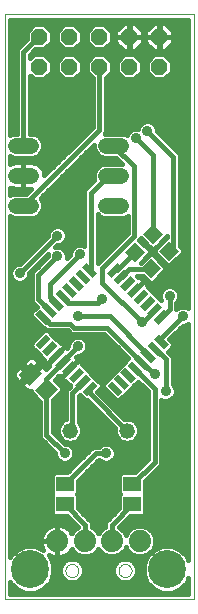
<source format=gtl>
G75*
%MOIN*%
%OFA0B0*%
%FSLAX24Y24*%
%IPPOS*%
%LPD*%
%AMOC8*
5,1,8,0,0,1.08239X$1,22.5*
%
%ADD10C,0.0000*%
%ADD11C,0.0520*%
%ADD12C,0.0520*%
%ADD13R,0.0472X0.0472*%
%ADD14R,0.0500X0.0220*%
%ADD15R,0.0220X0.0500*%
%ADD16C,0.0740*%
%ADD17C,0.1266*%
%ADD18R,0.0591X0.0512*%
%ADD19R,0.0512X0.0591*%
%ADD20OC8,0.0560*%
%ADD21C,0.0160*%
%ADD22C,0.0356*%
D10*
X000980Y006148D02*
X000980Y025648D01*
X007280Y025648D01*
X007280Y006148D01*
X000980Y006148D01*
X003002Y007109D02*
X003004Y007138D01*
X003010Y007166D01*
X003019Y007194D01*
X003032Y007220D01*
X003049Y007243D01*
X003068Y007265D01*
X003090Y007284D01*
X003115Y007299D01*
X003141Y007312D01*
X003169Y007320D01*
X003197Y007325D01*
X003226Y007326D01*
X003255Y007323D01*
X003283Y007316D01*
X003310Y007306D01*
X003336Y007292D01*
X003359Y007275D01*
X003380Y007255D01*
X003398Y007232D01*
X003413Y007207D01*
X003424Y007180D01*
X003432Y007152D01*
X003436Y007123D01*
X003436Y007095D01*
X003432Y007066D01*
X003424Y007038D01*
X003413Y007011D01*
X003398Y006986D01*
X003380Y006963D01*
X003359Y006943D01*
X003336Y006926D01*
X003310Y006912D01*
X003283Y006902D01*
X003255Y006895D01*
X003226Y006892D01*
X003197Y006893D01*
X003169Y006898D01*
X003141Y006906D01*
X003115Y006919D01*
X003090Y006934D01*
X003068Y006953D01*
X003049Y006975D01*
X003032Y006998D01*
X003019Y007024D01*
X003010Y007052D01*
X003004Y007080D01*
X003002Y007109D01*
X004774Y007109D02*
X004776Y007138D01*
X004782Y007166D01*
X004791Y007194D01*
X004804Y007220D01*
X004821Y007243D01*
X004840Y007265D01*
X004862Y007284D01*
X004887Y007299D01*
X004913Y007312D01*
X004941Y007320D01*
X004969Y007325D01*
X004998Y007326D01*
X005027Y007323D01*
X005055Y007316D01*
X005082Y007306D01*
X005108Y007292D01*
X005131Y007275D01*
X005152Y007255D01*
X005170Y007232D01*
X005185Y007207D01*
X005196Y007180D01*
X005204Y007152D01*
X005208Y007123D01*
X005208Y007095D01*
X005204Y007066D01*
X005196Y007038D01*
X005185Y007011D01*
X005170Y006986D01*
X005152Y006963D01*
X005131Y006943D01*
X005108Y006926D01*
X005082Y006912D01*
X005055Y006902D01*
X005027Y006895D01*
X004998Y006892D01*
X004969Y006893D01*
X004941Y006898D01*
X004913Y006906D01*
X004887Y006919D01*
X004862Y006934D01*
X004840Y006953D01*
X004821Y006975D01*
X004804Y006998D01*
X004791Y007024D01*
X004782Y007052D01*
X004776Y007080D01*
X004774Y007109D01*
D11*
X005055Y011773D03*
X003155Y011773D03*
D12*
X004345Y019273D02*
X004865Y019273D01*
X004865Y020273D02*
X004345Y020273D01*
X004345Y021273D02*
X004865Y021273D01*
X001865Y021273D02*
X001345Y021273D01*
X001345Y020273D02*
X001865Y020273D01*
X001865Y019273D02*
X001345Y019273D01*
D13*
G36*
X005338Y018064D02*
X005671Y017731D01*
X005338Y017398D01*
X005005Y017731D01*
X005338Y018064D01*
G37*
G36*
X005863Y017514D02*
X006196Y017181D01*
X005863Y016848D01*
X005530Y017181D01*
X005863Y017514D01*
G37*
G36*
X005922Y018648D02*
X006255Y018315D01*
X005922Y017982D01*
X005589Y018315D01*
X005922Y018648D01*
G37*
G36*
X006447Y018098D02*
X006780Y017765D01*
X006447Y017432D01*
X006114Y017765D01*
X006447Y018098D01*
G37*
D14*
G36*
X006236Y015884D02*
X005884Y015532D01*
X005728Y015688D01*
X006080Y016040D01*
X006236Y015884D01*
G37*
G36*
X006458Y015661D02*
X006106Y015309D01*
X005950Y015465D01*
X006302Y015817D01*
X006458Y015661D01*
G37*
G36*
X006013Y016107D02*
X005661Y015755D01*
X005505Y015911D01*
X005857Y016263D01*
X006013Y016107D01*
G37*
G36*
X005790Y016330D02*
X005438Y015978D01*
X005282Y016134D01*
X005634Y016486D01*
X005790Y016330D01*
G37*
G36*
X005568Y016552D02*
X005216Y016200D01*
X005060Y016356D01*
X005412Y016708D01*
X005568Y016552D01*
G37*
G36*
X005345Y016775D02*
X004993Y016423D01*
X004837Y016579D01*
X005189Y016931D01*
X005345Y016775D01*
G37*
G36*
X005122Y016998D02*
X004770Y016646D01*
X004614Y016802D01*
X004966Y017154D01*
X005122Y016998D01*
G37*
G36*
X004900Y017220D02*
X004548Y016868D01*
X004392Y017024D01*
X004744Y017376D01*
X004900Y017220D01*
G37*
G36*
X004068Y013271D02*
X003716Y012919D01*
X003560Y013075D01*
X003912Y013427D01*
X004068Y013271D01*
G37*
G36*
X003846Y013494D02*
X003494Y013142D01*
X003338Y013298D01*
X003690Y013650D01*
X003846Y013494D01*
G37*
G36*
X003623Y013717D02*
X003271Y013365D01*
X003115Y013521D01*
X003467Y013873D01*
X003623Y013717D01*
G37*
G36*
X003400Y013940D02*
X003048Y013588D01*
X002892Y013744D01*
X003244Y014096D01*
X003400Y013940D01*
G37*
G36*
X003178Y014162D02*
X002826Y013810D01*
X002670Y013966D01*
X003022Y014318D01*
X003178Y014162D01*
G37*
G36*
X002955Y014385D02*
X002603Y014033D01*
X002447Y014189D01*
X002799Y014541D01*
X002955Y014385D01*
G37*
G36*
X002732Y014608D02*
X002380Y014256D01*
X002224Y014412D01*
X002576Y014764D01*
X002732Y014608D01*
G37*
G36*
X002510Y014830D02*
X002158Y014478D01*
X002002Y014634D01*
X002354Y014986D01*
X002510Y014830D01*
G37*
D15*
G36*
X002510Y015465D02*
X002354Y015309D01*
X002002Y015661D01*
X002158Y015817D01*
X002510Y015465D01*
G37*
G36*
X002732Y015688D02*
X002576Y015532D01*
X002224Y015884D01*
X002380Y016040D01*
X002732Y015688D01*
G37*
G36*
X002955Y015911D02*
X002799Y015755D01*
X002447Y016107D01*
X002603Y016263D01*
X002955Y015911D01*
G37*
G36*
X003178Y016134D02*
X003022Y015978D01*
X002670Y016330D01*
X002826Y016486D01*
X003178Y016134D01*
G37*
G36*
X003400Y016356D02*
X003244Y016200D01*
X002892Y016552D01*
X003048Y016708D01*
X003400Y016356D01*
G37*
G36*
X003623Y016579D02*
X003467Y016423D01*
X003115Y016775D01*
X003271Y016931D01*
X003623Y016579D01*
G37*
G36*
X003846Y016802D02*
X003690Y016646D01*
X003338Y016998D01*
X003494Y017154D01*
X003846Y016802D01*
G37*
G36*
X004068Y017024D02*
X003912Y016868D01*
X003560Y017220D01*
X003716Y017376D01*
X004068Y017024D01*
G37*
G36*
X005345Y013521D02*
X005189Y013365D01*
X004837Y013717D01*
X004993Y013873D01*
X005345Y013521D01*
G37*
G36*
X005568Y013744D02*
X005412Y013588D01*
X005060Y013940D01*
X005216Y014096D01*
X005568Y013744D01*
G37*
G36*
X005790Y013966D02*
X005634Y013810D01*
X005282Y014162D01*
X005438Y014318D01*
X005790Y013966D01*
G37*
G36*
X006013Y014189D02*
X005857Y014033D01*
X005505Y014385D01*
X005661Y014541D01*
X006013Y014189D01*
G37*
G36*
X006236Y014412D02*
X006080Y014256D01*
X005728Y014608D01*
X005884Y014764D01*
X006236Y014412D01*
G37*
G36*
X006458Y014634D02*
X006302Y014478D01*
X005950Y014830D01*
X006106Y014986D01*
X006458Y014634D01*
G37*
G36*
X005122Y013298D02*
X004966Y013142D01*
X004614Y013494D01*
X004770Y013650D01*
X005122Y013298D01*
G37*
G36*
X004900Y013075D02*
X004744Y012919D01*
X004392Y013271D01*
X004548Y013427D01*
X004900Y013075D01*
G37*
D16*
X004549Y008093D03*
X003661Y008093D03*
X002727Y008093D03*
X005483Y008093D03*
D17*
X006388Y007148D03*
X001822Y007148D03*
D18*
X002980Y009313D03*
X002980Y009983D03*
X005230Y009983D03*
X005230Y009313D03*
D19*
G36*
X002396Y013522D02*
X002758Y013160D01*
X002342Y012744D01*
X001980Y013106D01*
X002396Y013522D01*
G37*
G36*
X001868Y014051D02*
X002230Y013689D01*
X001814Y013273D01*
X001452Y013635D01*
X001868Y014051D01*
G37*
D20*
X002130Y023898D03*
X002130Y024898D03*
X003130Y024898D03*
X003130Y023898D03*
X004130Y023898D03*
X004130Y024898D03*
X005130Y024898D03*
X005130Y023898D03*
X006130Y023898D03*
X006130Y024898D03*
D21*
X006140Y024908D02*
X006590Y024908D01*
X006590Y025088D01*
X006321Y025358D01*
X006140Y025358D01*
X006140Y024908D01*
X006120Y024908D01*
X006120Y025358D01*
X005939Y025358D01*
X005670Y025088D01*
X005670Y024908D01*
X006120Y024908D01*
X006120Y024888D01*
X005670Y024888D01*
X005670Y024707D01*
X005939Y024438D01*
X006120Y024438D01*
X006120Y024888D01*
X006140Y024888D01*
X006140Y024908D01*
X006140Y024888D02*
X006590Y024888D01*
X006590Y024707D01*
X006321Y024438D01*
X006140Y024438D01*
X006140Y024888D01*
X006140Y024851D02*
X006120Y024851D01*
X006120Y025009D02*
X006140Y025009D01*
X006140Y025168D02*
X006120Y025168D01*
X006120Y025326D02*
X006140Y025326D01*
X006352Y025326D02*
X007100Y025326D01*
X007100Y025468D02*
X007100Y015853D01*
X007098Y015855D01*
X006981Y015903D01*
X006854Y015903D01*
X006737Y015855D01*
X006700Y015818D01*
X006700Y016043D01*
X006750Y016093D01*
X006798Y016210D01*
X006798Y016336D01*
X006750Y016453D01*
X006660Y016543D01*
X006543Y016591D01*
X006417Y016591D01*
X006300Y016543D01*
X006210Y016453D01*
X006162Y016336D01*
X006162Y016210D01*
X006199Y016121D01*
X006154Y016166D01*
X005931Y016389D01*
X005748Y016571D01*
X005748Y016577D01*
X005736Y016623D01*
X005712Y016664D01*
X005618Y016758D01*
X005314Y016454D01*
X005314Y016454D01*
X005618Y016758D01*
X005523Y016853D01*
X005482Y016877D01*
X005436Y016889D01*
X005431Y016889D01*
X005392Y016928D01*
X005583Y016928D01*
X005805Y016706D01*
X005921Y016706D01*
X006337Y017123D01*
X006337Y017239D01*
X005921Y017655D01*
X005805Y017655D01*
X005518Y017368D01*
X005507Y017368D01*
X005812Y017673D01*
X005812Y017789D01*
X005466Y018135D01*
X005512Y018182D01*
X005512Y018193D01*
X005864Y017841D01*
X005980Y017841D01*
X006385Y018246D01*
X006385Y018235D01*
X005973Y017823D01*
X005973Y017707D01*
X006389Y017291D01*
X006505Y017291D01*
X006921Y017707D01*
X006921Y017823D01*
X006825Y017920D01*
X006825Y020989D01*
X006696Y021118D01*
X006048Y021766D01*
X006048Y021836D01*
X006000Y021953D01*
X005910Y022043D01*
X005793Y022091D01*
X005667Y022091D01*
X005550Y022043D01*
X005460Y021953D01*
X005414Y021841D01*
X005292Y021841D01*
X005175Y021793D01*
X005085Y021703D01*
X005054Y021628D01*
X004945Y021673D01*
X004316Y021673D01*
X004350Y021707D01*
X004350Y023524D01*
X004550Y023724D01*
X004550Y024072D01*
X004304Y024318D01*
X003956Y024318D01*
X003710Y024072D01*
X003710Y023724D01*
X003910Y023524D01*
X003910Y021889D01*
X002305Y020284D01*
X002305Y020308D01*
X002294Y020376D01*
X002273Y020442D01*
X002241Y020503D01*
X002201Y020560D01*
X002152Y020608D01*
X002096Y020649D01*
X002034Y020681D01*
X001968Y020702D01*
X001900Y020713D01*
X001605Y020713D01*
X001310Y020713D01*
X001242Y020702D01*
X001176Y020681D01*
X001160Y020672D01*
X001160Y020917D01*
X001265Y020873D01*
X001945Y020873D01*
X002092Y020934D01*
X002204Y021046D01*
X002265Y021193D01*
X002265Y021352D01*
X002204Y021499D01*
X002092Y021612D01*
X001945Y021673D01*
X001825Y021673D01*
X001825Y023609D01*
X001956Y023478D01*
X002304Y023478D01*
X002550Y023724D01*
X002550Y024072D01*
X002304Y024318D01*
X001956Y024318D01*
X001825Y024187D01*
X001825Y024307D01*
X001996Y024478D01*
X002304Y024478D01*
X002550Y024724D01*
X002550Y025072D01*
X002304Y025318D01*
X001956Y025318D01*
X001710Y025072D01*
X001710Y024814D01*
X001385Y024489D01*
X001385Y021673D01*
X001265Y021673D01*
X001160Y021629D01*
X001160Y025468D01*
X007100Y025468D01*
X007100Y025168D02*
X006511Y025168D01*
X006590Y025009D02*
X007100Y025009D01*
X007100Y024851D02*
X006590Y024851D01*
X006575Y024692D02*
X007100Y024692D01*
X007100Y024534D02*
X006417Y024534D01*
X006304Y024318D02*
X005956Y024318D01*
X005710Y024072D01*
X005710Y023724D01*
X005956Y023478D01*
X006304Y023478D01*
X006550Y023724D01*
X006550Y024072D01*
X006304Y024318D01*
X006405Y024217D02*
X007100Y024217D01*
X007100Y024375D02*
X001894Y024375D01*
X001855Y024217D02*
X001825Y024217D01*
X001710Y024851D02*
X001160Y024851D01*
X001160Y025009D02*
X001710Y025009D01*
X001806Y025168D02*
X001160Y025168D01*
X001160Y025326D02*
X004908Y025326D01*
X004939Y025358D02*
X004670Y025088D01*
X004670Y024908D01*
X005120Y024908D01*
X005120Y025358D01*
X004939Y025358D01*
X005120Y025326D02*
X005140Y025326D01*
X005140Y025358D02*
X005321Y025358D01*
X005590Y025088D01*
X005590Y024908D01*
X005140Y024908D01*
X005120Y024908D01*
X005120Y024888D01*
X004670Y024888D01*
X004670Y024707D01*
X004939Y024438D01*
X005120Y024438D01*
X005120Y024888D01*
X005140Y024888D01*
X005140Y024908D01*
X005140Y025358D01*
X005140Y025168D02*
X005120Y025168D01*
X005120Y025009D02*
X005140Y025009D01*
X005140Y024888D02*
X005590Y024888D01*
X005590Y024707D01*
X005321Y024438D01*
X005140Y024438D01*
X005140Y024888D01*
X005140Y024851D02*
X005120Y024851D01*
X005120Y024692D02*
X005140Y024692D01*
X005140Y024534D02*
X005120Y024534D01*
X004956Y024318D02*
X004710Y024072D01*
X004710Y023724D01*
X004956Y023478D01*
X005304Y023478D01*
X005550Y023724D01*
X005550Y024072D01*
X005304Y024318D01*
X004956Y024318D01*
X004855Y024217D02*
X004405Y024217D01*
X004304Y024478D02*
X004550Y024724D01*
X004550Y025072D01*
X004304Y025318D01*
X003956Y025318D01*
X003710Y025072D01*
X003710Y024724D01*
X003956Y024478D01*
X004304Y024478D01*
X004360Y024534D02*
X004843Y024534D01*
X004685Y024692D02*
X004518Y024692D01*
X004550Y024851D02*
X004670Y024851D01*
X004670Y025009D02*
X004550Y025009D01*
X004454Y025168D02*
X004749Y025168D01*
X004710Y024058D02*
X004550Y024058D01*
X004550Y023900D02*
X004710Y023900D01*
X004710Y023741D02*
X004550Y023741D01*
X004409Y023583D02*
X004851Y023583D01*
X004350Y023424D02*
X007100Y023424D01*
X007100Y023266D02*
X004350Y023266D01*
X004350Y023107D02*
X007100Y023107D01*
X007100Y022949D02*
X004350Y022949D01*
X004350Y022790D02*
X007100Y022790D01*
X007100Y022632D02*
X004350Y022632D01*
X004350Y022473D02*
X007100Y022473D01*
X007100Y022315D02*
X004350Y022315D01*
X004350Y022156D02*
X007100Y022156D01*
X007100Y021998D02*
X005955Y021998D01*
X006047Y021839D02*
X007100Y021839D01*
X007100Y021681D02*
X006133Y021681D01*
X006292Y021522D02*
X007100Y021522D01*
X007100Y021364D02*
X006450Y021364D01*
X006609Y021205D02*
X007100Y021205D01*
X007100Y021047D02*
X006767Y021047D01*
X006825Y020888D02*
X007100Y020888D01*
X007100Y020730D02*
X006825Y020730D01*
X006825Y020571D02*
X007100Y020571D01*
X007100Y020413D02*
X006825Y020413D01*
X006825Y020254D02*
X007100Y020254D01*
X007100Y020096D02*
X006825Y020096D01*
X006825Y019937D02*
X007100Y019937D01*
X007100Y019779D02*
X006825Y019779D01*
X006825Y019620D02*
X007100Y019620D01*
X007100Y019462D02*
X006825Y019462D01*
X006825Y019303D02*
X007100Y019303D01*
X007100Y019145D02*
X006825Y019145D01*
X006825Y018986D02*
X007100Y018986D01*
X007100Y018828D02*
X006825Y018828D01*
X006825Y018669D02*
X007100Y018669D01*
X007100Y018511D02*
X006825Y018511D01*
X006825Y018352D02*
X007100Y018352D01*
X007100Y018194D02*
X006825Y018194D01*
X006825Y018035D02*
X007100Y018035D01*
X007100Y017877D02*
X006868Y017877D01*
X006921Y017718D02*
X007100Y017718D01*
X007100Y017560D02*
X006774Y017560D01*
X006616Y017401D02*
X007100Y017401D01*
X007100Y017243D02*
X006332Y017243D01*
X006299Y017084D02*
X007100Y017084D01*
X007100Y016926D02*
X006140Y016926D01*
X006209Y016450D02*
X005869Y016450D01*
X006028Y016292D02*
X006162Y016292D01*
X006186Y016133D02*
X006193Y016133D01*
X005982Y015786D02*
X005568Y015372D01*
X005543Y015398D01*
X004230Y016710D01*
X004230Y017210D01*
X005293Y018273D01*
X005293Y020585D01*
X004605Y021273D01*
X004520Y021358D01*
X004324Y021681D02*
X005076Y021681D01*
X005288Y021839D02*
X004350Y021839D01*
X004350Y021998D02*
X005505Y021998D01*
X005355Y021523D02*
X005922Y020956D01*
X005922Y018315D01*
X005829Y017877D02*
X005723Y017877D01*
X005670Y018035D02*
X005565Y018035D01*
X005699Y017560D02*
X005710Y017560D01*
X005812Y017718D02*
X005973Y017718D01*
X006015Y017560D02*
X006121Y017560D01*
X006174Y017401D02*
X006279Y017401D01*
X006447Y017765D02*
X006605Y017923D01*
X006605Y020898D01*
X005730Y021773D01*
X005851Y023583D02*
X005409Y023583D01*
X005550Y023741D02*
X005710Y023741D01*
X005710Y023900D02*
X005550Y023900D01*
X005550Y024058D02*
X005710Y024058D01*
X005855Y024217D02*
X005405Y024217D01*
X005417Y024534D02*
X005843Y024534D01*
X005685Y024692D02*
X005575Y024692D01*
X005590Y024851D02*
X005670Y024851D01*
X005670Y025009D02*
X005590Y025009D01*
X005511Y025168D02*
X005749Y025168D01*
X005908Y025326D02*
X005352Y025326D01*
X006120Y024692D02*
X006140Y024692D01*
X006140Y024534D02*
X006120Y024534D01*
X006409Y023583D02*
X007100Y023583D01*
X007100Y023741D02*
X006550Y023741D01*
X006550Y023900D02*
X007100Y023900D01*
X007100Y024058D02*
X006550Y024058D01*
X005073Y018926D02*
X005073Y018364D01*
X004139Y017430D01*
X004075Y017366D01*
X004075Y018977D01*
X004118Y018934D01*
X004265Y018873D01*
X004945Y018873D01*
X005073Y018926D01*
X005073Y018828D02*
X004075Y018828D01*
X004075Y018669D02*
X005073Y018669D01*
X005073Y018511D02*
X004075Y018511D01*
X004075Y018352D02*
X005061Y018352D01*
X004902Y018194D02*
X004075Y018194D01*
X004075Y018035D02*
X004744Y018035D01*
X004585Y017877D02*
X004075Y017877D01*
X004075Y017718D02*
X004427Y017718D01*
X004268Y017560D02*
X004075Y017560D01*
X004075Y017401D02*
X004110Y017401D01*
X003855Y017163D02*
X003814Y017122D01*
X003855Y017163D02*
X003855Y019710D01*
X004355Y020210D01*
X004543Y020210D01*
X004605Y020273D01*
X004894Y020673D02*
X004694Y020873D01*
X004265Y020873D01*
X004118Y020934D01*
X004006Y021046D01*
X003945Y021193D01*
X003945Y021302D01*
X002173Y019530D01*
X002204Y019499D01*
X002265Y019352D01*
X002265Y019193D01*
X002204Y019046D01*
X002092Y018934D01*
X001945Y018873D01*
X001265Y018873D01*
X001160Y018917D01*
X001160Y007571D01*
X001166Y007586D01*
X001384Y007803D01*
X001668Y007921D01*
X001975Y007921D01*
X002257Y007804D01*
X002257Y007804D01*
X002217Y007882D01*
X002191Y007964D01*
X002177Y008049D01*
X002177Y008083D01*
X002717Y008083D01*
X002717Y008103D01*
X002717Y008643D01*
X002684Y008643D01*
X002598Y008629D01*
X002516Y008602D01*
X002439Y008563D01*
X002369Y008512D01*
X002308Y008451D01*
X002257Y008381D01*
X002217Y008304D01*
X002191Y008222D01*
X002177Y008136D01*
X002177Y008103D01*
X002717Y008103D01*
X002737Y008103D01*
X002737Y008643D01*
X002770Y008643D01*
X002856Y008629D01*
X002938Y008602D01*
X003015Y008563D01*
X003085Y008512D01*
X003147Y008451D01*
X003197Y008381D01*
X003215Y008347D01*
X003229Y008382D01*
X003372Y008525D01*
X003432Y008550D01*
X003065Y008917D01*
X002627Y008917D01*
X002545Y008999D01*
X002545Y009627D01*
X002565Y009648D01*
X002545Y009669D01*
X002545Y010296D01*
X002627Y010378D01*
X003065Y010378D01*
X003800Y011114D01*
X003929Y011243D01*
X004125Y011243D01*
X004175Y011293D01*
X004292Y011341D01*
X004418Y011341D01*
X004535Y011293D01*
X004625Y011203D01*
X004673Y011086D01*
X004673Y010960D01*
X004625Y010843D01*
X004535Y010753D01*
X004418Y010705D01*
X004292Y010705D01*
X004175Y010753D01*
X004125Y010803D01*
X004111Y010803D01*
X003415Y010107D01*
X003415Y009669D01*
X003395Y009648D01*
X003415Y009627D01*
X003415Y009189D01*
X003752Y008852D01*
X003881Y008723D01*
X003881Y008554D01*
X003950Y008525D01*
X004094Y008382D01*
X004105Y008354D01*
X004116Y008382D01*
X004260Y008525D01*
X004329Y008554D01*
X004329Y008723D01*
X004458Y008852D01*
X004795Y009189D01*
X004795Y009627D01*
X004815Y009648D01*
X004795Y009669D01*
X004795Y010296D01*
X004877Y010378D01*
X005315Y010378D01*
X005760Y010824D01*
X005760Y013084D01*
X005434Y013410D01*
X005248Y013224D01*
X005248Y013224D01*
X005040Y013016D01*
X005040Y013016D01*
X004803Y012779D01*
X004687Y012779D01*
X004251Y013214D01*
X004251Y013330D01*
X004489Y013568D01*
X004489Y013568D01*
X004696Y013776D01*
X004696Y013776D01*
X004919Y013998D01*
X004919Y013998D01*
X005105Y014184D01*
X004299Y014990D01*
X003201Y014990D01*
X003076Y015115D01*
X002424Y015115D01*
X002635Y014904D01*
X002818Y014721D01*
X002824Y014721D01*
X002869Y014709D01*
X002910Y014686D01*
X003005Y014591D01*
X002701Y014287D01*
X002701Y014287D01*
X003005Y014591D01*
X003058Y014537D01*
X003099Y014578D01*
X003099Y014649D01*
X003148Y014766D01*
X003237Y014855D01*
X003354Y014903D01*
X003481Y014903D01*
X003598Y014855D01*
X003687Y014766D01*
X003736Y014649D01*
X003736Y014522D01*
X003687Y014405D01*
X003598Y014316D01*
X003481Y014267D01*
X003411Y014267D01*
X003370Y014226D01*
X003450Y014146D01*
X003146Y013842D01*
X003146Y013842D01*
X003146Y013841D01*
X002842Y013537D01*
X002937Y013443D01*
X002978Y013419D01*
X003024Y013407D01*
X003029Y013407D01*
X003166Y013270D01*
X003139Y013243D01*
X003139Y013243D01*
X003010Y013114D01*
X003010Y012146D01*
X002928Y012112D01*
X002816Y011999D01*
X002755Y011852D01*
X002755Y011693D01*
X002816Y011546D01*
X002928Y011434D01*
X003075Y011373D01*
X003235Y011373D01*
X003382Y011434D01*
X003494Y011546D01*
X003555Y011693D01*
X003555Y011852D01*
X003494Y011999D01*
X003450Y012044D01*
X003450Y012932D01*
X003477Y012959D01*
X003657Y012779D01*
X003738Y012779D01*
X004658Y011859D01*
X004655Y011852D01*
X004655Y011693D01*
X004716Y011546D01*
X004828Y011434D01*
X004975Y011373D01*
X005135Y011373D01*
X005282Y011434D01*
X005394Y011546D01*
X005455Y011693D01*
X005455Y011852D01*
X005394Y011999D01*
X005282Y012112D01*
X005135Y012173D01*
X004975Y012173D01*
X004969Y012170D01*
X004067Y013072D01*
X004209Y013214D01*
X004209Y013330D01*
X003971Y013568D01*
X003749Y013791D01*
X003581Y013958D01*
X003581Y013964D01*
X003569Y014010D01*
X003545Y014051D01*
X003450Y014146D01*
X003146Y013842D01*
X002842Y013537D01*
X002775Y013605D01*
X002644Y013474D01*
X002899Y013219D01*
X002899Y013103D01*
X002589Y012794D01*
X002589Y011725D01*
X002973Y011341D01*
X003043Y011341D01*
X003160Y011293D01*
X003250Y011203D01*
X003298Y011086D01*
X003298Y010960D01*
X003250Y010843D01*
X003160Y010753D01*
X003043Y010705D01*
X002917Y010705D01*
X002800Y010753D01*
X002710Y010843D01*
X002662Y010960D01*
X002662Y011030D01*
X002149Y011542D01*
X002149Y012738D01*
X001840Y013048D01*
X001840Y013093D01*
X001836Y013093D01*
X001789Y013093D01*
X001743Y013105D01*
X001702Y013129D01*
X001538Y013292D01*
X001841Y013595D01*
X001773Y013662D01*
X001471Y013360D01*
X001307Y013524D01*
X001283Y013565D01*
X001271Y013611D01*
X001271Y013658D01*
X001283Y013704D01*
X001307Y013745D01*
X001498Y013937D01*
X001773Y013662D01*
X001841Y013730D01*
X002143Y014032D01*
X001979Y014196D01*
X001938Y014220D01*
X001892Y014232D01*
X001845Y014232D01*
X001799Y014220D01*
X001758Y014196D01*
X001566Y014004D01*
X001841Y013730D01*
X001908Y013662D01*
X002211Y013965D01*
X002362Y013813D01*
X002464Y013916D01*
X002397Y013983D01*
X002701Y014287D01*
X002701Y014287D01*
X002397Y013983D01*
X002302Y014077D01*
X002279Y014118D01*
X002266Y014164D01*
X002266Y014170D01*
X002084Y014353D01*
X001861Y014575D01*
X001861Y014691D01*
X002297Y015127D01*
X002377Y015127D01*
X002335Y015169D01*
X002297Y015169D01*
X001861Y015604D01*
X001861Y015720D01*
X002047Y015906D01*
X001885Y016068D01*
X001885Y017052D01*
X002014Y017180D01*
X002412Y017578D01*
X002412Y017644D01*
X001798Y017030D01*
X001798Y016960D01*
X001750Y016843D01*
X001660Y016753D01*
X001543Y016705D01*
X001417Y016705D01*
X001300Y016753D01*
X001210Y016843D01*
X001162Y016960D01*
X001162Y017086D01*
X001210Y017203D01*
X001300Y017293D01*
X001417Y017341D01*
X001487Y017341D01*
X002412Y018266D01*
X002412Y018336D01*
X002460Y018453D01*
X002550Y018543D01*
X002667Y018591D01*
X002793Y018591D01*
X002910Y018543D01*
X003000Y018453D01*
X003048Y018336D01*
X003048Y018210D01*
X003000Y018093D01*
X002910Y018003D01*
X002793Y017955D01*
X002723Y017955D01*
X002672Y017903D01*
X002793Y017903D01*
X002910Y017855D01*
X003000Y017766D01*
X003048Y017649D01*
X003048Y017527D01*
X003162Y017641D01*
X003162Y017711D01*
X003210Y017828D01*
X003300Y017918D01*
X003417Y017966D01*
X003543Y017966D01*
X003635Y017928D01*
X003635Y019802D01*
X003969Y020135D01*
X003945Y020193D01*
X003945Y020352D01*
X004006Y020499D01*
X004118Y020612D01*
X004265Y020673D01*
X004894Y020673D01*
X004837Y020730D02*
X003373Y020730D01*
X003215Y020571D02*
X004078Y020571D01*
X003970Y020413D02*
X003056Y020413D01*
X002898Y020254D02*
X003945Y020254D01*
X003929Y020096D02*
X002739Y020096D01*
X002581Y019937D02*
X003771Y019937D01*
X003635Y019779D02*
X002422Y019779D01*
X002264Y019620D02*
X003635Y019620D01*
X003635Y019462D02*
X002220Y019462D01*
X002265Y019303D02*
X003635Y019303D01*
X003635Y019145D02*
X002245Y019145D01*
X002144Y018986D02*
X003635Y018986D01*
X003635Y018828D02*
X001160Y018828D01*
X001160Y018669D02*
X003635Y018669D01*
X003635Y018511D02*
X002942Y018511D01*
X003041Y018352D02*
X003635Y018352D01*
X003635Y018194D02*
X003042Y018194D01*
X002942Y018035D02*
X003635Y018035D01*
X003480Y017648D02*
X002480Y016648D01*
X002480Y016230D01*
X002701Y016009D01*
X002478Y015786D02*
X002105Y016159D01*
X002105Y016960D01*
X002730Y017585D01*
X002857Y017877D02*
X003259Y017877D01*
X003165Y017718D02*
X003019Y017718D01*
X003048Y017560D02*
X003081Y017560D01*
X002730Y018273D02*
X001480Y017023D01*
X001547Y017401D02*
X001160Y017401D01*
X001160Y017243D02*
X001250Y017243D01*
X001162Y017084D02*
X001160Y017084D01*
X001160Y016926D02*
X001176Y016926D01*
X001160Y016767D02*
X001286Y016767D01*
X001160Y016609D02*
X001885Y016609D01*
X001885Y016767D02*
X001674Y016767D01*
X001784Y016926D02*
X001885Y016926D01*
X001853Y017084D02*
X001918Y017084D01*
X002011Y017243D02*
X002076Y017243D01*
X002170Y017401D02*
X002235Y017401D01*
X002328Y017560D02*
X002393Y017560D01*
X002181Y018035D02*
X001160Y018035D01*
X001160Y017877D02*
X002023Y017877D01*
X001864Y017718D02*
X001160Y017718D01*
X001160Y017560D02*
X001706Y017560D01*
X001885Y016450D02*
X001160Y016450D01*
X001160Y016292D02*
X001885Y016292D01*
X001885Y016133D02*
X001160Y016133D01*
X001160Y015975D02*
X001978Y015975D01*
X001957Y015816D02*
X001160Y015816D01*
X001160Y015658D02*
X001861Y015658D01*
X001966Y015499D02*
X001160Y015499D01*
X001160Y015341D02*
X002124Y015341D01*
X002193Y015024D02*
X001160Y015024D01*
X001160Y015182D02*
X002283Y015182D01*
X002480Y015335D02*
X002256Y015560D01*
X002256Y015563D01*
X002480Y015335D02*
X003168Y015335D01*
X003293Y015210D01*
X004390Y015210D01*
X005536Y014064D01*
X005390Y014210D01*
X005314Y013842D02*
X005980Y013175D01*
X005980Y010733D01*
X005230Y009983D01*
X005364Y010427D02*
X003736Y010427D01*
X003577Y010269D02*
X004795Y010269D01*
X004795Y010110D02*
X003419Y010110D01*
X003415Y009952D02*
X004795Y009952D01*
X004795Y009793D02*
X003415Y009793D01*
X003408Y009635D02*
X004802Y009635D01*
X004795Y009476D02*
X003415Y009476D01*
X003415Y009318D02*
X004795Y009318D01*
X004765Y009159D02*
X003445Y009159D01*
X003603Y009001D02*
X004607Y009001D01*
X004448Y008842D02*
X003762Y008842D01*
X003881Y008684D02*
X004329Y008684D01*
X004260Y008525D02*
X003950Y008525D01*
X004100Y008367D02*
X004110Y008367D01*
X004105Y007831D02*
X004116Y007804D01*
X004260Y007660D01*
X004447Y007583D01*
X004650Y007583D01*
X004838Y007660D01*
X004981Y007804D01*
X005016Y007888D01*
X005051Y007804D01*
X005194Y007660D01*
X005382Y007583D01*
X005584Y007583D01*
X005772Y007660D01*
X005915Y007804D01*
X005993Y007991D01*
X005993Y008194D01*
X005915Y008382D01*
X005772Y008525D01*
X005584Y008603D01*
X005382Y008603D01*
X005194Y008525D01*
X005051Y008382D01*
X005016Y008298D01*
X004981Y008382D01*
X004838Y008525D01*
X004778Y008550D01*
X005145Y008917D01*
X005583Y008917D01*
X005665Y008999D01*
X005665Y009627D01*
X005645Y009648D01*
X005665Y009669D01*
X005665Y010107D01*
X006200Y010641D01*
X006200Y010824D01*
X006200Y012805D01*
X006201Y012805D01*
X006200Y012805D02*
X006292Y012767D01*
X006418Y012767D01*
X006535Y012816D01*
X006625Y012905D01*
X006673Y013022D01*
X006673Y013149D01*
X006625Y013266D01*
X006575Y013315D01*
X006575Y014239D01*
X006446Y014368D01*
X006419Y014395D01*
X006599Y014575D01*
X006599Y014691D01*
X006467Y014824D01*
X006911Y015267D01*
X006981Y015267D01*
X007098Y015316D01*
X007100Y015318D01*
X007100Y007450D01*
X007044Y007586D01*
X006826Y007803D01*
X006542Y007921D01*
X006235Y007921D01*
X005951Y007803D01*
X005733Y007586D01*
X005615Y007302D01*
X005615Y006994D01*
X005733Y006710D01*
X005951Y006492D01*
X006235Y006375D01*
X006542Y006375D01*
X006826Y006492D01*
X007044Y006710D01*
X007100Y006846D01*
X007100Y006328D01*
X001160Y006328D01*
X001160Y006725D01*
X001166Y006710D01*
X001384Y006492D01*
X001668Y006375D01*
X001975Y006375D01*
X002259Y006492D01*
X002477Y006710D01*
X002595Y006994D01*
X002595Y007302D01*
X002477Y007586D01*
X002442Y007621D01*
X002516Y007583D01*
X002598Y007556D01*
X002684Y007543D01*
X002717Y007543D01*
X002717Y008083D01*
X002737Y008083D01*
X002737Y007543D01*
X002770Y007543D01*
X002856Y007556D01*
X002938Y007583D01*
X003015Y007622D01*
X003085Y007673D01*
X003147Y007734D01*
X003197Y007804D01*
X003215Y007838D01*
X003229Y007804D01*
X003372Y007660D01*
X003560Y007583D01*
X003763Y007583D01*
X003950Y007660D01*
X004094Y007804D01*
X004105Y007831D01*
X004023Y007733D02*
X004187Y007733D01*
X004549Y008093D02*
X004549Y008632D01*
X005230Y009313D01*
X005070Y008842D02*
X007100Y008842D01*
X007100Y008684D02*
X004912Y008684D01*
X004837Y008525D02*
X005195Y008525D01*
X005044Y008367D02*
X004987Y008367D01*
X004910Y007733D02*
X005122Y007733D01*
X005070Y007505D02*
X005215Y007445D01*
X005327Y007333D01*
X005387Y007187D01*
X005387Y007030D01*
X005327Y006884D01*
X005215Y006772D01*
X005070Y006712D01*
X004912Y006712D01*
X004766Y006772D01*
X004655Y006884D01*
X004594Y007030D01*
X004594Y007187D01*
X004655Y007333D01*
X004766Y007445D01*
X004912Y007505D01*
X005070Y007505D01*
X005244Y007416D02*
X005663Y007416D01*
X005615Y007257D02*
X005358Y007257D01*
X005387Y007099D02*
X005615Y007099D01*
X005638Y006940D02*
X005350Y006940D01*
X005225Y006782D02*
X005703Y006782D01*
X005820Y006623D02*
X002390Y006623D01*
X002507Y006782D02*
X002985Y006782D01*
X002995Y006772D02*
X003140Y006712D01*
X003298Y006712D01*
X003444Y006772D01*
X003555Y006884D01*
X003616Y007030D01*
X003616Y007187D01*
X003555Y007333D01*
X003444Y007445D01*
X003298Y007505D01*
X003140Y007505D01*
X002995Y007445D01*
X002883Y007333D01*
X002823Y007187D01*
X002823Y007030D01*
X002883Y006884D01*
X002995Y006772D01*
X002860Y006940D02*
X002572Y006940D01*
X002595Y007099D02*
X002823Y007099D01*
X002852Y007257D02*
X002595Y007257D01*
X002547Y007416D02*
X002966Y007416D01*
X002911Y007574D02*
X005728Y007574D01*
X005844Y007733D02*
X005880Y007733D01*
X005952Y007891D02*
X006163Y007891D01*
X005993Y008050D02*
X007100Y008050D01*
X007100Y008208D02*
X005987Y008208D01*
X005921Y008367D02*
X007100Y008367D01*
X007100Y008525D02*
X005771Y008525D01*
X005665Y009001D02*
X007100Y009001D01*
X007100Y009159D02*
X005665Y009159D01*
X005665Y009318D02*
X007100Y009318D01*
X007100Y009476D02*
X005665Y009476D01*
X005658Y009635D02*
X007100Y009635D01*
X007100Y009793D02*
X005665Y009793D01*
X005665Y009952D02*
X007100Y009952D01*
X007100Y010110D02*
X005669Y010110D01*
X005827Y010269D02*
X007100Y010269D01*
X007100Y010427D02*
X005986Y010427D01*
X006144Y010586D02*
X007100Y010586D01*
X007100Y010744D02*
X006200Y010744D01*
X006200Y010903D02*
X007100Y010903D01*
X007100Y011061D02*
X006200Y011061D01*
X006200Y011220D02*
X007100Y011220D01*
X007100Y011378D02*
X006200Y011378D01*
X006200Y011537D02*
X007100Y011537D01*
X007100Y011695D02*
X006200Y011695D01*
X006200Y011854D02*
X007100Y011854D01*
X007100Y012012D02*
X006200Y012012D01*
X006200Y012171D02*
X007100Y012171D01*
X007100Y012329D02*
X006200Y012329D01*
X006200Y012488D02*
X007100Y012488D01*
X007100Y012646D02*
X006200Y012646D01*
X006355Y013085D02*
X006355Y014148D01*
X005993Y014510D01*
X005982Y014510D01*
X005759Y014306D02*
X004480Y015585D01*
X003418Y015585D01*
X003168Y015024D02*
X002516Y015024D01*
X002674Y014865D02*
X003262Y014865D01*
X003124Y014707D02*
X002873Y014707D01*
X002962Y014548D02*
X002962Y014548D01*
X003048Y014548D02*
X003069Y014548D01*
X003418Y014585D02*
X002924Y014092D01*
X002924Y014064D01*
X002369Y013510D01*
X002369Y013133D01*
X002369Y011633D01*
X002980Y011023D01*
X002936Y011378D02*
X003062Y011378D01*
X003155Y011773D02*
X003230Y011848D01*
X003230Y013023D01*
X003592Y013385D01*
X003592Y013396D01*
X003784Y013756D02*
X004676Y013756D01*
X004518Y013597D02*
X003942Y013597D01*
X004101Y013439D02*
X004359Y013439D01*
X004251Y013280D02*
X004209Y013280D01*
X004117Y013122D02*
X004343Y013122D01*
X004334Y012805D02*
X004660Y012805D01*
X004651Y012488D02*
X005760Y012488D01*
X005760Y012646D02*
X004493Y012646D01*
X004502Y012963D02*
X004176Y012963D01*
X004029Y012488D02*
X003450Y012488D01*
X003450Y012646D02*
X003870Y012646D01*
X003814Y013013D02*
X005055Y011773D01*
X004962Y011378D02*
X003248Y011378D01*
X003233Y011220D02*
X003906Y011220D01*
X004020Y011023D02*
X004355Y011023D01*
X004514Y010744D02*
X005681Y010744D01*
X005760Y010903D02*
X004650Y010903D01*
X004673Y011061D02*
X005760Y011061D01*
X005760Y011220D02*
X004608Y011220D01*
X004725Y011537D02*
X003485Y011537D01*
X003555Y011695D02*
X004655Y011695D01*
X004656Y011854D02*
X003554Y011854D01*
X003481Y012012D02*
X004504Y012012D01*
X004346Y012171D02*
X003450Y012171D01*
X003450Y012329D02*
X004187Y012329D01*
X003814Y013013D02*
X003814Y013173D01*
X003631Y012805D02*
X003450Y012805D01*
X003156Y013280D02*
X002838Y013280D01*
X002899Y013122D02*
X003018Y013122D01*
X003010Y012963D02*
X002759Y012963D01*
X002601Y012805D02*
X003010Y012805D01*
X003010Y012646D02*
X002589Y012646D01*
X002589Y012488D02*
X003010Y012488D01*
X003010Y012329D02*
X002589Y012329D01*
X002589Y012171D02*
X003010Y012171D01*
X002829Y012012D02*
X002589Y012012D01*
X002589Y011854D02*
X002756Y011854D01*
X002755Y011695D02*
X002619Y011695D01*
X002777Y011537D02*
X002825Y011537D01*
X002630Y011061D02*
X001160Y011061D01*
X001160Y010903D02*
X002685Y010903D01*
X002821Y010744D02*
X001160Y010744D01*
X001160Y010586D02*
X003272Y010586D01*
X003139Y010744D02*
X003431Y010744D01*
X003275Y010903D02*
X003589Y010903D01*
X003748Y011061D02*
X003298Y011061D01*
X003114Y010427D02*
X001160Y010427D01*
X001160Y010269D02*
X002545Y010269D01*
X002545Y010110D02*
X001160Y010110D01*
X001160Y009952D02*
X002545Y009952D01*
X002545Y009793D02*
X001160Y009793D01*
X001160Y009635D02*
X002552Y009635D01*
X002545Y009476D02*
X001160Y009476D01*
X001160Y009318D02*
X002545Y009318D01*
X002545Y009159D02*
X001160Y009159D01*
X001160Y009001D02*
X002545Y009001D01*
X002387Y008525D02*
X001160Y008525D01*
X001160Y008367D02*
X002249Y008367D01*
X002189Y008208D02*
X001160Y008208D01*
X001160Y008050D02*
X002177Y008050D01*
X002214Y007891D02*
X002047Y007891D01*
X001596Y007891D02*
X001160Y007891D01*
X001160Y007733D02*
X001313Y007733D01*
X001161Y007574D02*
X001160Y007574D01*
X001160Y006623D02*
X001253Y006623D01*
X001160Y006465D02*
X001450Y006465D01*
X001160Y008684D02*
X003298Y008684D01*
X003373Y008525D02*
X003067Y008525D01*
X003205Y008367D02*
X003223Y008367D01*
X003140Y008842D02*
X001160Y008842D01*
X001160Y011220D02*
X002472Y011220D01*
X002313Y011378D02*
X001160Y011378D01*
X001160Y011537D02*
X002155Y011537D01*
X002149Y011695D02*
X001160Y011695D01*
X001160Y011854D02*
X002149Y011854D01*
X002149Y012012D02*
X001160Y012012D01*
X001160Y012171D02*
X002149Y012171D01*
X002149Y012329D02*
X001160Y012329D01*
X001160Y012488D02*
X002149Y012488D01*
X002149Y012646D02*
X001160Y012646D01*
X001160Y012805D02*
X002082Y012805D01*
X001924Y012963D02*
X001160Y012963D01*
X001160Y013122D02*
X001714Y013122D01*
X001685Y013439D02*
X001549Y013439D01*
X001550Y013280D02*
X001160Y013280D01*
X001160Y013439D02*
X001392Y013439D01*
X001274Y013597D02*
X001160Y013597D01*
X001160Y013756D02*
X001318Y013756D01*
X001160Y013914D02*
X001476Y013914D01*
X001521Y013914D02*
X001656Y013914D01*
X001679Y013756D02*
X001815Y013756D01*
X001866Y013756D02*
X002002Y013756D01*
X002025Y013914D02*
X002160Y013914D01*
X002261Y013914D02*
X002463Y013914D01*
X002487Y014073D02*
X002487Y014073D01*
X002645Y014231D02*
X002645Y014231D01*
X002804Y014390D02*
X002804Y014390D01*
X002768Y013597D02*
X002782Y013597D01*
X002680Y013439D02*
X002944Y013439D01*
X002902Y013597D02*
X002902Y013597D01*
X003061Y013756D02*
X003061Y013756D01*
X003219Y013914D02*
X003219Y013914D01*
X003378Y014073D02*
X003378Y014073D01*
X003375Y014231D02*
X005058Y014231D01*
X004993Y014073D02*
X003523Y014073D01*
X003625Y013914D02*
X004835Y013914D01*
X004900Y014390D02*
X003672Y014390D01*
X003736Y014548D02*
X004741Y014548D01*
X004583Y014707D02*
X003711Y014707D01*
X003573Y014865D02*
X004424Y014865D01*
X004105Y016023D02*
X003105Y016023D01*
X002924Y016204D01*
X002924Y016232D01*
X002340Y018194D02*
X001160Y018194D01*
X001160Y018352D02*
X002419Y018352D01*
X002518Y018511D02*
X001160Y018511D01*
X001160Y019629D02*
X001160Y019873D01*
X001176Y019865D01*
X001242Y019844D01*
X001310Y019833D01*
X001605Y019833D01*
X001854Y019833D01*
X001694Y019673D01*
X001265Y019673D01*
X001160Y019629D01*
X001160Y019779D02*
X001800Y019779D01*
X001605Y019833D02*
X001605Y020273D01*
X001605Y020713D01*
X001605Y020273D01*
X001605Y020273D01*
X001605Y020273D01*
X001605Y019833D01*
X001605Y019937D02*
X001605Y019937D01*
X001605Y020096D02*
X001605Y020096D01*
X001605Y020254D02*
X001605Y020254D01*
X001605Y020413D02*
X001605Y020413D01*
X001605Y020571D02*
X001605Y020571D01*
X001605Y021273D02*
X001605Y024398D01*
X002105Y024898D01*
X002130Y024898D01*
X002360Y024534D02*
X002900Y024534D01*
X002956Y024478D02*
X003304Y024478D01*
X003550Y024724D01*
X003550Y025072D01*
X003304Y025318D01*
X002956Y025318D01*
X002710Y025072D01*
X002710Y024724D01*
X002956Y024478D01*
X002956Y024318D02*
X002710Y024072D01*
X002710Y023724D01*
X002956Y023478D01*
X003304Y023478D01*
X003550Y023724D01*
X003550Y024072D01*
X003304Y024318D01*
X002956Y024318D01*
X002855Y024217D02*
X002405Y024217D01*
X002550Y024058D02*
X002710Y024058D01*
X002710Y023900D02*
X002550Y023900D01*
X002550Y023741D02*
X002710Y023741D01*
X002851Y023583D02*
X002409Y023583D01*
X002518Y024692D02*
X002742Y024692D01*
X002710Y024851D02*
X002550Y024851D01*
X002550Y025009D02*
X002710Y025009D01*
X002806Y025168D02*
X002454Y025168D01*
X001851Y023583D02*
X001825Y023583D01*
X001825Y023424D02*
X003910Y023424D01*
X003910Y023266D02*
X001825Y023266D01*
X001825Y023107D02*
X003910Y023107D01*
X003910Y022949D02*
X001825Y022949D01*
X001825Y022790D02*
X003910Y022790D01*
X003910Y022632D02*
X001825Y022632D01*
X001825Y022473D02*
X003910Y022473D01*
X003910Y022315D02*
X001825Y022315D01*
X001825Y022156D02*
X003910Y022156D01*
X003910Y021998D02*
X001825Y021998D01*
X001825Y021839D02*
X003860Y021839D01*
X003702Y021681D02*
X001825Y021681D01*
X001982Y020888D02*
X002909Y020888D01*
X002751Y020730D02*
X001160Y020730D01*
X001160Y020888D02*
X001228Y020888D01*
X001160Y021681D02*
X001385Y021681D01*
X001385Y021839D02*
X001160Y021839D01*
X001160Y021998D02*
X001385Y021998D01*
X001385Y022156D02*
X001160Y022156D01*
X001160Y022315D02*
X001385Y022315D01*
X001385Y022473D02*
X001160Y022473D01*
X001160Y022632D02*
X001385Y022632D01*
X001385Y022790D02*
X001160Y022790D01*
X001160Y022949D02*
X001385Y022949D01*
X001385Y023107D02*
X001160Y023107D01*
X001160Y023266D02*
X001385Y023266D01*
X001385Y023424D02*
X001160Y023424D01*
X001160Y023583D02*
X001385Y023583D01*
X001385Y023741D02*
X001160Y023741D01*
X001160Y023900D02*
X001385Y023900D01*
X001385Y024058D02*
X001160Y024058D01*
X001160Y024217D02*
X001385Y024217D01*
X001385Y024375D02*
X001160Y024375D01*
X001160Y024534D02*
X001430Y024534D01*
X001588Y024692D02*
X001160Y024692D01*
X002181Y021522D02*
X003543Y021522D01*
X003385Y021364D02*
X002260Y021364D01*
X002265Y021205D02*
X003226Y021205D01*
X003068Y021047D02*
X002204Y021047D01*
X002189Y020571D02*
X002592Y020571D01*
X002434Y020413D02*
X002282Y020413D01*
X001605Y019273D02*
X004130Y021798D01*
X004130Y023898D01*
X003900Y024534D02*
X003360Y024534D01*
X003405Y024217D02*
X003855Y024217D01*
X003742Y024692D02*
X003518Y024692D01*
X003550Y024851D02*
X003710Y024851D01*
X003710Y025009D02*
X003550Y025009D01*
X003454Y025168D02*
X003806Y025168D01*
X003710Y024058D02*
X003550Y024058D01*
X003550Y023900D02*
X003710Y023900D01*
X003710Y023741D02*
X003550Y023741D01*
X003409Y023583D02*
X003851Y023583D01*
X003849Y021205D02*
X003945Y021205D01*
X004006Y021047D02*
X003690Y021047D01*
X003532Y020888D02*
X004228Y020888D01*
X005338Y017731D02*
X004729Y017122D01*
X004646Y017122D01*
X004868Y016900D02*
X004882Y016900D01*
X005130Y017148D01*
X005830Y017148D01*
X005863Y017181D01*
X005744Y016767D02*
X005609Y016767D01*
X005585Y016926D02*
X005394Y016926D01*
X005468Y016609D02*
X005468Y016609D01*
X005740Y016609D02*
X007100Y016609D01*
X007100Y016767D02*
X005982Y016767D01*
X006016Y017877D02*
X006027Y017877D01*
X006175Y018035D02*
X006185Y018035D01*
X006333Y018194D02*
X006344Y018194D01*
X006751Y016450D02*
X007100Y016450D01*
X007100Y016292D02*
X006798Y016292D01*
X006767Y016133D02*
X007100Y016133D01*
X007100Y015975D02*
X006700Y015975D01*
X006918Y015585D02*
X006204Y014872D01*
X006204Y014732D01*
X006424Y014390D02*
X007100Y014390D01*
X007100Y014548D02*
X006572Y014548D01*
X006584Y014707D02*
X007100Y014707D01*
X007100Y014865D02*
X006509Y014865D01*
X006667Y015024D02*
X007100Y015024D01*
X007100Y015182D02*
X006826Y015182D01*
X006575Y014231D02*
X007100Y014231D01*
X007100Y014073D02*
X006575Y014073D01*
X006575Y013914D02*
X007100Y013914D01*
X007100Y013756D02*
X006575Y013756D01*
X006575Y013597D02*
X007100Y013597D01*
X007100Y013439D02*
X006575Y013439D01*
X006610Y013280D02*
X007100Y013280D01*
X007100Y013122D02*
X006673Y013122D01*
X006649Y012963D02*
X007100Y012963D01*
X007100Y012805D02*
X006509Y012805D01*
X005980Y013648D02*
X005953Y013648D01*
X005536Y014064D01*
X005536Y014092D01*
X005759Y014287D02*
X005759Y014306D01*
X005564Y013280D02*
X005304Y013280D01*
X005146Y013122D02*
X005722Y013122D01*
X005760Y012963D02*
X004987Y012963D01*
X004829Y012805D02*
X005760Y012805D01*
X005760Y012329D02*
X004810Y012329D01*
X004968Y012171D02*
X004971Y012171D01*
X005139Y012171D02*
X005760Y012171D01*
X005760Y012012D02*
X005381Y012012D01*
X005454Y011854D02*
X005760Y011854D01*
X005760Y011695D02*
X005455Y011695D01*
X005385Y011537D02*
X005760Y011537D01*
X005760Y011378D02*
X005148Y011378D01*
X005522Y010586D02*
X003894Y010586D01*
X004053Y010744D02*
X004196Y010744D01*
X004020Y011023D02*
X002980Y009983D01*
X002980Y009313D02*
X003661Y008632D01*
X003661Y008093D01*
X003473Y007416D02*
X004737Y007416D01*
X004631Y006940D02*
X003579Y006940D01*
X003616Y007099D02*
X004594Y007099D01*
X004623Y007257D02*
X003587Y007257D01*
X003453Y006782D02*
X004757Y006782D01*
X006017Y006465D02*
X002193Y006465D01*
X002482Y007574D02*
X002543Y007574D01*
X002717Y007574D02*
X002737Y007574D01*
X002737Y007733D02*
X002717Y007733D01*
X002717Y007891D02*
X002737Y007891D01*
X002737Y008050D02*
X002717Y008050D01*
X002717Y008208D02*
X002737Y008208D01*
X002737Y008367D02*
X002717Y008367D01*
X002717Y008525D02*
X002737Y008525D01*
X003145Y007733D02*
X003300Y007733D01*
X001838Y013597D02*
X001708Y013597D01*
X001635Y014073D02*
X001160Y014073D01*
X001160Y014231D02*
X001842Y014231D01*
X001895Y014231D02*
X002205Y014231D01*
X002102Y014073D02*
X002307Y014073D01*
X002046Y014390D02*
X001160Y014390D01*
X001160Y014548D02*
X001888Y014548D01*
X001876Y014707D02*
X001160Y014707D01*
X001160Y014865D02*
X002035Y014865D01*
X004105Y016023D02*
X004230Y016148D01*
X005543Y015409D02*
X005543Y015398D01*
X005543Y015409D02*
X005568Y015372D01*
X005541Y017401D02*
X005551Y017401D01*
X006480Y015839D02*
X006204Y015563D01*
X006480Y015839D02*
X006480Y016273D01*
X006614Y007891D02*
X007100Y007891D01*
X007100Y007733D02*
X006897Y007733D01*
X007049Y007574D02*
X007100Y007574D01*
X007074Y006782D02*
X007100Y006782D01*
X007100Y006623D02*
X006957Y006623D01*
X007100Y006465D02*
X006760Y006465D01*
D22*
X006668Y010335D03*
X006355Y013085D03*
X005980Y013648D03*
X005543Y015398D03*
X006480Y016273D03*
X006918Y015585D03*
X006918Y014523D03*
X005355Y021523D03*
X005730Y021773D03*
X004230Y018148D03*
X004230Y016148D03*
X003480Y017648D03*
X003418Y015585D03*
X003418Y014585D03*
X004230Y013710D03*
X003855Y011773D03*
X004355Y011023D03*
X004105Y006710D03*
X002980Y011023D03*
X001293Y014523D03*
X001480Y017023D03*
X002730Y017585D03*
X002730Y018273D03*
M02*

</source>
